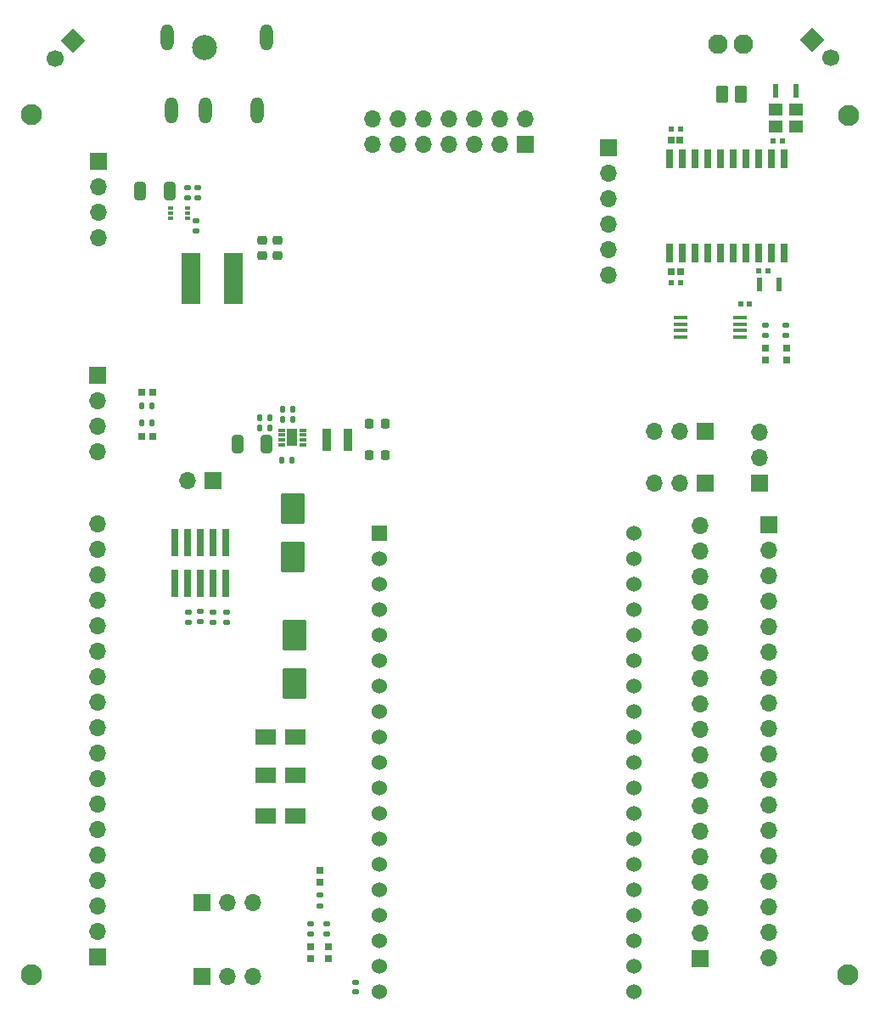
<source format=gts>
%TF.GenerationSoftware,KiCad,Pcbnew,8.0.2*%
%TF.CreationDate,2024-05-28T09:54:11+02:00*%
%TF.ProjectId,esp_mini_open_brd,6573705f-6d69-46e6-995f-6f70656e5f62,rev?*%
%TF.SameCoordinates,Original*%
%TF.FileFunction,Soldermask,Top*%
%TF.FilePolarity,Negative*%
%FSLAX46Y46*%
G04 Gerber Fmt 4.6, Leading zero omitted, Abs format (unit mm)*
G04 Created by KiCad (PCBNEW 8.0.2) date 2024-05-28 09:54:11*
%MOMM*%
%LPD*%
G01*
G04 APERTURE LIST*
G04 Aperture macros list*
%AMRoundRect*
0 Rectangle with rounded corners*
0 $1 Rounding radius*
0 $2 $3 $4 $5 $6 $7 $8 $9 X,Y pos of 4 corners*
0 Add a 4 corners polygon primitive as box body*
4,1,4,$2,$3,$4,$5,$6,$7,$8,$9,$2,$3,0*
0 Add four circle primitives for the rounded corners*
1,1,$1+$1,$2,$3*
1,1,$1+$1,$4,$5*
1,1,$1+$1,$6,$7*
1,1,$1+$1,$8,$9*
0 Add four rect primitives between the rounded corners*
20,1,$1+$1,$2,$3,$4,$5,0*
20,1,$1+$1,$4,$5,$6,$7,0*
20,1,$1+$1,$6,$7,$8,$9,0*
20,1,$1+$1,$8,$9,$2,$3,0*%
%AMHorizOval*
0 Thick line with rounded ends*
0 $1 width*
0 $2 $3 position (X,Y) of the first rounded end (center of the circle)*
0 $4 $5 position (X,Y) of the second rounded end (center of the circle)*
0 Add line between two ends*
20,1,$1,$2,$3,$4,$5,0*
0 Add two circle primitives to create the rounded ends*
1,1,$1,$2,$3*
1,1,$1,$4,$5*%
%AMRotRect*
0 Rectangle, with rotation*
0 The origin of the aperture is its center*
0 $1 length*
0 $2 width*
0 $3 Rotation angle, in degrees counterclockwise*
0 Add horizontal line*
21,1,$1,$2,0,0,$3*%
%AMFreePoly0*
4,1,6,1.000000,0.000000,0.500000,-0.750000,-0.500000,-0.750000,-0.500000,0.750000,0.500000,0.750000,1.000000,0.000000,1.000000,0.000000,$1*%
G04 Aperture macros list end*
%ADD10RoundRect,0.140000X0.170000X-0.140000X0.170000X0.140000X-0.170000X0.140000X-0.170000X-0.140000X0*%
%ADD11RoundRect,0.250000X0.325000X0.650000X-0.325000X0.650000X-0.325000X-0.650000X0.325000X-0.650000X0*%
%ADD12RoundRect,0.225000X-0.250000X0.225000X-0.250000X-0.225000X0.250000X-0.225000X0.250000X0.225000X0*%
%ADD13R,1.530000X1.530000*%
%ADD14C,1.530000*%
%ADD15RoundRect,0.101600X1.100000X-1.400000X1.100000X1.400000X-1.100000X1.400000X-1.100000X-1.400000X0*%
%ADD16C,2.500000*%
%ADD17O,1.308000X2.616000*%
%ADD18R,0.620000X1.470000*%
%ADD19R,0.650000X0.640000*%
%ADD20R,0.600000X0.620000*%
%ADD21R,1.450000X1.200000*%
%ADD22R,1.475000X0.450000*%
%ADD23C,1.950000*%
%ADD24RoundRect,0.135000X0.185000X-0.135000X0.185000X0.135000X-0.185000X0.135000X-0.185000X-0.135000X0*%
%ADD25RoundRect,0.101600X-0.500000X-0.710000X0.500000X-0.710000X0.500000X0.710000X-0.500000X0.710000X0*%
%ADD26RoundRect,0.140000X-0.170000X0.140000X-0.170000X-0.140000X0.170000X-0.140000X0.170000X0.140000X0*%
%ADD27R,0.700000X0.650000*%
%ADD28RoundRect,0.135000X0.135000X0.185000X-0.135000X0.185000X-0.135000X-0.185000X0.135000X-0.185000X0*%
%ADD29RoundRect,0.135000X-0.185000X0.135000X-0.185000X-0.135000X0.185000X-0.135000X0.185000X0.135000X0*%
%ADD30R,0.650000X0.700000*%
%ADD31R,0.650000X1.925000*%
%ADD32R,0.492000X0.300000*%
%ADD33RoundRect,0.140000X-0.140000X-0.170000X0.140000X-0.170000X0.140000X0.170000X-0.140000X0.170000X0*%
%ADD34R,1.700000X1.700000*%
%ADD35O,1.700000X1.700000*%
%ADD36R,1.500000X1.500000*%
%ADD37FreePoly0,0.000000*%
%ADD38FreePoly0,180.000000*%
%ADD39C,2.100000*%
%ADD40R,1.900000X5.100000*%
%ADD41RoundRect,0.225000X0.225000X0.250000X-0.225000X0.250000X-0.225000X-0.250000X0.225000X-0.250000X0*%
%ADD42RoundRect,0.135000X-0.135000X-0.185000X0.135000X-0.185000X0.135000X0.185000X-0.135000X0.185000X0*%
%ADD43C,0.001000*%
%ADD44R,0.740000X2.790000*%
%ADD45RoundRect,0.250000X-0.325000X-0.650000X0.325000X-0.650000X0.325000X0.650000X-0.325000X0.650000X0*%
%ADD46R,0.700000X0.300000*%
%ADD47R,1.000000X1.800000*%
%ADD48R,0.850000X2.200000*%
%ADD49RotRect,1.700000X1.700000X135.000000*%
%ADD50HorizOval,1.700000X0.000000X0.000000X0.000000X0.000000X0*%
%ADD51HorizOval,1.700000X0.000000X0.000000X0.000000X0.000000X0*%
%ADD52RotRect,1.700000X1.700000X225.000000*%
G04 APERTURE END LIST*
D10*
X129355638Y-152043910D03*
X129355638Y-151083910D03*
D11*
X110780638Y-72153910D03*
X107830638Y-72153910D03*
D12*
X120029229Y-77061884D03*
X120029229Y-78611884D03*
D13*
X131678138Y-106313910D03*
D14*
X131678138Y-108853910D03*
X131678138Y-111393910D03*
X131678138Y-113933910D03*
X131678138Y-116473910D03*
X131678138Y-119013910D03*
X131678138Y-121553910D03*
X131678138Y-124093910D03*
X131678138Y-126633910D03*
X131678138Y-129173910D03*
X131678138Y-131713910D03*
X131678138Y-134253910D03*
X131678138Y-136793910D03*
X131678138Y-139333910D03*
X131678138Y-141873910D03*
X131678138Y-144413910D03*
X131678138Y-146953910D03*
X131678138Y-149493910D03*
X131678138Y-152033910D03*
X157078138Y-152033910D03*
X157078138Y-149493910D03*
X157078138Y-146953910D03*
X157078138Y-144413910D03*
X157078138Y-141873910D03*
X157078138Y-139333910D03*
X157078138Y-136793910D03*
X157078138Y-134253910D03*
X157078138Y-131713910D03*
X157078138Y-129173910D03*
X157078138Y-126633910D03*
X157078138Y-124093910D03*
X157078138Y-121553910D03*
X157078138Y-119013910D03*
X157078138Y-116473910D03*
X157078138Y-113933910D03*
X157078138Y-111393910D03*
X157078138Y-108853910D03*
X157078138Y-106313910D03*
D15*
X123105638Y-108638910D03*
X123105638Y-103838910D03*
D16*
X114250919Y-57826410D03*
D17*
X110950919Y-64126410D03*
X119550919Y-64126410D03*
X114350919Y-64126410D03*
X120450919Y-56826410D03*
X110550919Y-56826410D03*
D18*
X169605638Y-81513910D03*
X171605638Y-81513910D03*
D19*
X161767119Y-80245455D03*
X160867119Y-80245455D03*
D20*
X169545638Y-80113910D03*
X170465638Y-80113910D03*
X161777119Y-81312255D03*
X160857119Y-81312255D03*
X170966319Y-67164455D03*
X171886319Y-67164455D03*
D19*
X161716319Y-67088255D03*
X160816319Y-67088255D03*
D20*
X161726319Y-65996055D03*
X160806319Y-65996055D03*
D21*
X171248519Y-65728455D03*
X171248519Y-64028455D03*
D22*
X161782719Y-84782255D03*
X161782719Y-85432255D03*
X161782719Y-86082255D03*
X161782719Y-86732255D03*
X167658719Y-86732255D03*
X167658719Y-86082255D03*
X167658719Y-85432255D03*
X167658719Y-84782255D03*
D23*
X167997319Y-57513910D03*
X165457319Y-57513910D03*
D24*
X170225919Y-86583655D03*
X170225919Y-85563655D03*
D25*
X165944719Y-62513910D03*
X167814719Y-62513910D03*
D12*
X121537012Y-77058855D03*
X121537012Y-78608855D03*
D26*
X113405638Y-75153910D03*
X113405638Y-76113910D03*
D27*
X109093387Y-96639052D03*
X107993387Y-96639052D03*
D28*
X109006699Y-95295474D03*
X107986699Y-95295474D03*
D24*
X125805638Y-143423910D03*
X125805638Y-142403910D03*
D29*
X124855638Y-145203910D03*
X124855638Y-146223910D03*
D30*
X125805638Y-139913910D03*
X125805638Y-141113910D03*
X124841781Y-148713910D03*
X124841781Y-147513910D03*
D31*
X160631319Y-78353455D03*
X161901319Y-78353455D03*
X163171319Y-78353455D03*
X164441319Y-78353455D03*
X165711319Y-78353455D03*
X166981319Y-78353455D03*
X168251319Y-78353455D03*
X169521319Y-78353455D03*
X170791319Y-78353455D03*
X172061319Y-78353455D03*
X172061319Y-68929455D03*
X170791319Y-68929455D03*
X169521319Y-68929455D03*
X168251319Y-68929455D03*
X166981319Y-68929455D03*
X165711319Y-68929455D03*
X164441319Y-68929455D03*
X163171319Y-68929455D03*
X161901319Y-68929455D03*
X160631319Y-68929455D03*
D21*
X173255119Y-65728455D03*
X173255119Y-64028455D03*
D30*
X172350919Y-87848655D03*
X172350919Y-89048655D03*
X170225919Y-87848655D03*
X170225919Y-89048655D03*
D18*
X171255638Y-62213910D03*
X173255638Y-62213910D03*
D27*
X109128199Y-92251025D03*
X108028199Y-92251025D03*
D28*
X109011328Y-93592281D03*
X107991328Y-93592281D03*
D24*
X172250919Y-86583655D03*
X172250919Y-85563655D03*
D20*
X167740519Y-83471255D03*
X168660519Y-83471255D03*
D32*
X110868204Y-73853984D03*
X110868204Y-74353984D03*
X110868204Y-74853984D03*
X112536204Y-74853984D03*
X112536204Y-74353984D03*
X112536204Y-73853984D03*
D33*
X122100638Y-93950410D03*
X123060638Y-93950410D03*
D29*
X115130638Y-114128910D03*
X115130638Y-115148910D03*
X126480638Y-145228910D03*
X126480638Y-146248910D03*
D34*
X114005638Y-150513910D03*
D35*
X116545638Y-150513910D03*
X119085638Y-150513910D03*
D29*
X113880638Y-114103910D03*
X113880638Y-115123910D03*
D34*
X164205638Y-96113910D03*
D35*
X161665638Y-96113910D03*
X159125638Y-96113910D03*
D29*
X112605638Y-71843910D03*
X112605638Y-72863910D03*
D34*
X163705638Y-148713910D03*
D35*
X163705638Y-146173910D03*
X163705638Y-143633910D03*
X163705638Y-141093910D03*
X163705638Y-138553910D03*
X163705638Y-136013910D03*
X163705638Y-133473910D03*
X163705638Y-130933910D03*
X163705638Y-128393910D03*
X163705638Y-125853910D03*
X163705638Y-123313910D03*
X163705638Y-120773910D03*
X163705638Y-118233910D03*
X163705638Y-115693910D03*
X163705638Y-113153910D03*
X163705638Y-110613910D03*
X163705638Y-108073910D03*
X163705638Y-105533910D03*
D34*
X169605638Y-101313910D03*
D35*
X169605638Y-98773910D03*
X169605638Y-96233910D03*
D36*
X120655638Y-130413910D03*
X123055638Y-130413910D03*
D37*
X119855638Y-130413910D03*
D38*
X123855638Y-130413910D03*
D39*
X97005638Y-64513910D03*
D34*
X154605638Y-67893910D03*
D35*
X154605638Y-70433910D03*
X154605638Y-72973910D03*
X154605638Y-75513910D03*
X154605638Y-78053910D03*
X154605638Y-80593910D03*
D40*
X112930638Y-80853910D03*
X117130638Y-80853910D03*
D34*
X103705638Y-69193910D03*
D35*
X103705638Y-71733910D03*
X103705638Y-74273910D03*
X103705638Y-76813910D03*
D34*
X146255638Y-67538910D03*
D35*
X146255638Y-64998910D03*
X143715638Y-67538910D03*
X143715638Y-64998910D03*
X141175638Y-67538910D03*
X141175638Y-64998910D03*
X138635638Y-67538910D03*
X138635638Y-64998910D03*
X136095638Y-67538910D03*
X136095638Y-64998910D03*
X133555638Y-67538910D03*
X133555638Y-64998910D03*
X131015638Y-67538910D03*
X131015638Y-64998910D03*
D34*
X114005638Y-143113910D03*
D35*
X116545638Y-143113910D03*
X119085638Y-143113910D03*
D41*
X132280638Y-98513910D03*
X130730638Y-98513910D03*
D39*
X178405638Y-150313910D03*
D42*
X121995638Y-99025410D03*
X123015638Y-99025410D03*
X119808835Y-95763910D03*
X120828835Y-95763910D03*
D36*
X120655638Y-126613910D03*
X123055638Y-126613910D03*
D37*
X119855638Y-126613910D03*
D38*
X123855638Y-126613910D03*
D15*
X123205638Y-121263910D03*
X123205638Y-116463910D03*
D43*
X115785638Y-109238910D03*
X111975638Y-109238910D03*
D44*
X116420638Y-107203910D03*
X116420638Y-111273910D03*
X115150638Y-107203910D03*
X115150638Y-111273910D03*
X113880638Y-107203910D03*
X113880638Y-111273910D03*
X112610638Y-107203910D03*
X112610638Y-111273910D03*
X111340638Y-107203910D03*
X111340638Y-111273910D03*
D34*
X103605638Y-90573910D03*
D35*
X103605638Y-93113910D03*
X103605638Y-95653910D03*
X103605638Y-98193910D03*
D45*
X117530638Y-97425410D03*
X120480638Y-97425410D03*
D30*
X126605638Y-148713910D03*
X126605638Y-147513910D03*
D24*
X113605638Y-72863910D03*
X113605638Y-71843910D03*
D34*
X164205638Y-101313910D03*
D35*
X161665638Y-101313910D03*
X159125638Y-101313910D03*
D36*
X120655638Y-134463910D03*
X123055638Y-134463910D03*
D37*
X119855638Y-134463910D03*
D38*
X123855638Y-134463910D03*
D41*
X132280638Y-95413910D03*
X130730638Y-95413910D03*
D34*
X115155638Y-101063910D03*
D35*
X112615638Y-101063910D03*
D46*
X121965638Y-96013910D03*
X121965638Y-96513910D03*
X121965638Y-97013910D03*
X121965638Y-97513910D03*
X124065638Y-97513910D03*
X124065638Y-97013910D03*
X124065638Y-96513910D03*
X124065638Y-96013910D03*
D47*
X123015638Y-96763910D03*
D48*
X126490638Y-96995410D03*
X128540638Y-96995410D03*
D29*
X112630638Y-114128910D03*
X112630638Y-115148910D03*
D42*
X122070638Y-94925410D03*
X123090638Y-94925410D03*
D39*
X178505638Y-64613910D03*
D29*
X116430638Y-114128910D03*
X116430638Y-115148910D03*
D42*
X119806559Y-94763910D03*
X120826559Y-94763910D03*
D34*
X170605638Y-105473910D03*
D35*
X170605638Y-108013910D03*
X170605638Y-110553910D03*
X170605638Y-113093910D03*
X170605638Y-115633910D03*
X170605638Y-118173910D03*
X170605638Y-120713910D03*
X170605638Y-123253910D03*
X170605638Y-125793910D03*
X170605638Y-128333910D03*
X170605638Y-130873910D03*
X170605638Y-133413910D03*
X170605638Y-135953910D03*
X170605638Y-138493910D03*
X170605638Y-141033910D03*
X170605638Y-143573910D03*
X170605638Y-146113910D03*
X170605638Y-148653910D03*
D34*
X103605638Y-148533910D03*
D35*
X103605638Y-145993910D03*
X103605638Y-143453910D03*
X103605638Y-140913910D03*
X103605638Y-138373910D03*
X103605638Y-135833910D03*
X103605638Y-133293910D03*
X103605638Y-130753910D03*
X103605638Y-128213910D03*
X103605638Y-125673910D03*
X103605638Y-123133910D03*
X103605638Y-120593910D03*
X103605638Y-118053910D03*
X103605638Y-115513910D03*
X103605638Y-112973910D03*
X103605638Y-110433910D03*
X103605638Y-107893910D03*
X103605638Y-105353910D03*
D49*
X101157200Y-57162347D03*
D50*
X99361149Y-58958398D03*
D51*
X176726689Y-58884961D03*
D52*
X174930638Y-57088910D03*
D39*
X97005638Y-150313910D03*
M02*

</source>
